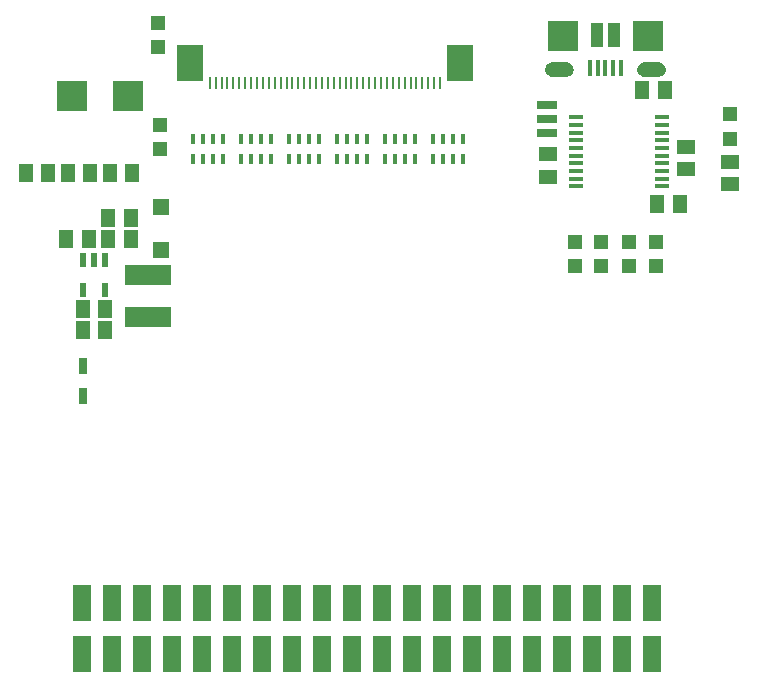
<source format=gbr>
G04 EAGLE Gerber RS-274X export*
G75*
%MOMM*%
%FSLAX34Y34*%
%LPD*%
%INSolderpaste Top*%
%IPPOS*%
%AMOC8*
5,1,8,0,0,1.08239X$1,22.5*%
G01*
%ADD10R,0.250000X1.100000*%
%ADD11R,2.300000X3.100000*%
%ADD12R,0.550000X1.200000*%
%ADD13R,1.300000X1.500000*%
%ADD14R,4.000000X1.800000*%
%ADD15R,1.400000X1.400000*%
%ADD16R,2.540000X2.540000*%
%ADD17R,1.300000X1.200000*%
%ADD18R,1.524000X3.048000*%
%ADD19R,0.450000X0.900000*%
%ADD20R,0.800000X1.350000*%
%ADD21R,1.500000X1.300000*%
%ADD22R,1.270000X0.304800*%
%ADD23R,0.400000X1.350000*%
%ADD24R,1.000000X2.000000*%
%ADD25R,2.500000X2.500000*%
%ADD26R,1.200000X1.200000*%
%ADD27R,1.700000X0.700000*%

G36*
X493565Y506839D02*
X493565Y506839D01*
X493585Y506837D01*
X494711Y506898D01*
X494758Y506910D01*
X494834Y506917D01*
X495927Y507198D01*
X495971Y507218D01*
X496044Y507240D01*
X497061Y507728D01*
X497100Y507757D01*
X497167Y507793D01*
X498070Y508470D01*
X498103Y508505D01*
X498161Y508554D01*
X498914Y509394D01*
X498940Y509435D01*
X498988Y509495D01*
X499562Y510466D01*
X499579Y510511D01*
X499615Y510578D01*
X499989Y511643D01*
X499997Y511690D01*
X500019Y511764D01*
X500178Y512880D01*
X500177Y512908D01*
X500178Y513060D01*
X500019Y514177D01*
X500004Y514222D01*
X499989Y514297D01*
X499615Y515362D01*
X499591Y515404D01*
X499562Y515474D01*
X498988Y516445D01*
X498956Y516482D01*
X498914Y516546D01*
X498161Y517386D01*
X498124Y517416D01*
X498070Y517470D01*
X497167Y518147D01*
X497124Y518169D01*
X497061Y518212D01*
X496044Y518700D01*
X495997Y518713D01*
X495927Y518742D01*
X494834Y519023D01*
X494786Y519026D01*
X494711Y519042D01*
X493585Y519103D01*
X493569Y519101D01*
X493550Y519104D01*
X482550Y519104D01*
X482535Y519102D01*
X482515Y519103D01*
X481389Y519042D01*
X481342Y519031D01*
X481266Y519023D01*
X480173Y518742D01*
X480129Y518722D01*
X480056Y518700D01*
X479039Y518212D01*
X479000Y518184D01*
X478933Y518147D01*
X478030Y517470D01*
X477997Y517435D01*
X477939Y517386D01*
X477186Y516546D01*
X477160Y516505D01*
X477112Y516445D01*
X476538Y515474D01*
X476521Y515429D01*
X476485Y515362D01*
X476111Y514297D01*
X476103Y514250D01*
X476081Y514177D01*
X475922Y513060D01*
X475922Y513059D01*
X475923Y512872D01*
X476123Y511598D01*
X476140Y511551D01*
X476161Y511462D01*
X476639Y510265D01*
X476666Y510222D01*
X476706Y510140D01*
X477438Y509079D01*
X477474Y509043D01*
X477532Y508972D01*
X478482Y508101D01*
X478524Y508074D01*
X478597Y508017D01*
X479717Y507380D01*
X479764Y507363D01*
X479847Y507324D01*
X481081Y506951D01*
X481131Y506946D01*
X481221Y506926D01*
X482506Y506837D01*
X482526Y506839D01*
X482550Y506836D01*
X493550Y506836D01*
X493565Y506839D01*
G37*
G36*
X571565Y506839D02*
X571565Y506839D01*
X571585Y506837D01*
X572711Y506898D01*
X572758Y506910D01*
X572834Y506917D01*
X573927Y507198D01*
X573971Y507218D01*
X574044Y507240D01*
X575061Y507728D01*
X575100Y507757D01*
X575167Y507793D01*
X576070Y508470D01*
X576103Y508505D01*
X576161Y508554D01*
X576914Y509394D01*
X576940Y509435D01*
X576988Y509495D01*
X577562Y510466D01*
X577579Y510511D01*
X577615Y510578D01*
X577989Y511643D01*
X577997Y511690D01*
X578019Y511764D01*
X578178Y512880D01*
X578177Y512908D01*
X578178Y513060D01*
X578019Y514177D01*
X578004Y514222D01*
X577989Y514297D01*
X577615Y515362D01*
X577591Y515404D01*
X577562Y515474D01*
X576988Y516445D01*
X576956Y516482D01*
X576914Y516546D01*
X576161Y517386D01*
X576124Y517416D01*
X576070Y517470D01*
X575167Y518147D01*
X575124Y518169D01*
X575061Y518212D01*
X574044Y518700D01*
X573997Y518713D01*
X573927Y518742D01*
X572834Y519023D01*
X572786Y519026D01*
X572711Y519042D01*
X571585Y519103D01*
X571569Y519101D01*
X571550Y519104D01*
X560550Y519104D01*
X560535Y519102D01*
X560515Y519103D01*
X559389Y519042D01*
X559342Y519031D01*
X559266Y519023D01*
X558173Y518742D01*
X558129Y518722D01*
X558056Y518700D01*
X557039Y518212D01*
X557000Y518184D01*
X556933Y518147D01*
X556030Y517470D01*
X555997Y517435D01*
X555939Y517386D01*
X555186Y516546D01*
X555160Y516505D01*
X555112Y516445D01*
X554538Y515474D01*
X554521Y515429D01*
X554485Y515362D01*
X554111Y514297D01*
X554103Y514250D01*
X554081Y514177D01*
X553922Y513060D01*
X553922Y513059D01*
X553923Y512872D01*
X554123Y511598D01*
X554140Y511551D01*
X554161Y511462D01*
X554639Y510265D01*
X554666Y510222D01*
X554706Y510140D01*
X555438Y509079D01*
X555474Y509043D01*
X555532Y508972D01*
X556482Y508101D01*
X556524Y508074D01*
X556597Y508017D01*
X557717Y507380D01*
X557764Y507363D01*
X557847Y507324D01*
X559081Y506951D01*
X559131Y506946D01*
X559221Y506926D01*
X560506Y506837D01*
X560526Y506839D01*
X560550Y506836D01*
X571550Y506836D01*
X571565Y506839D01*
G37*
D10*
X192060Y501650D03*
X197060Y501650D03*
X202060Y501650D03*
X207060Y501650D03*
X212060Y501650D03*
X217060Y501650D03*
X222060Y501650D03*
X227060Y501650D03*
X232060Y501650D03*
X237060Y501650D03*
X242060Y501650D03*
X247060Y501650D03*
X252060Y501650D03*
X257060Y501650D03*
X262060Y501650D03*
X267060Y501650D03*
X272060Y501650D03*
X277060Y501650D03*
X282060Y501650D03*
X287060Y501650D03*
X292060Y501650D03*
X297060Y501650D03*
X302060Y501650D03*
X307060Y501650D03*
X312060Y501650D03*
X317060Y501650D03*
X322060Y501650D03*
X327060Y501650D03*
X332060Y501650D03*
X337060Y501650D03*
X342060Y501650D03*
X347060Y501650D03*
X352060Y501650D03*
X357060Y501650D03*
X362060Y501650D03*
X367060Y501650D03*
X372060Y501650D03*
X377060Y501650D03*
X382060Y501650D03*
X387060Y501650D03*
D11*
X403560Y518650D03*
X175560Y518650D03*
D12*
X103480Y352091D03*
X93980Y352091D03*
X84480Y352091D03*
X84480Y326089D03*
X103480Y326089D03*
D13*
X103480Y292100D03*
X84480Y292100D03*
D14*
X139700Y303310D03*
X139700Y339310D03*
D15*
X151130Y396960D03*
X151130Y359960D03*
D13*
X106070Y387350D03*
X125070Y387350D03*
X125070Y369570D03*
X106070Y369570D03*
X70510Y369570D03*
X89510Y369570D03*
X84480Y309880D03*
X103480Y309880D03*
D16*
X122555Y490220D03*
X75565Y490220D03*
D17*
X149860Y466090D03*
X149860Y445770D03*
D13*
X107340Y425450D03*
X126340Y425450D03*
X36220Y425450D03*
X55220Y425450D03*
X71780Y425450D03*
X90780Y425450D03*
D18*
X83950Y61660D03*
X83950Y18480D03*
X109350Y61660D03*
X109350Y18480D03*
X134750Y18480D03*
X134750Y61660D03*
X160150Y18480D03*
X160150Y61660D03*
X185550Y18480D03*
X185550Y61660D03*
X210950Y18480D03*
X210950Y61660D03*
X236350Y18480D03*
X236350Y61660D03*
X261750Y18480D03*
X261750Y61660D03*
X287150Y18480D03*
X287150Y61660D03*
X312550Y18480D03*
X312550Y61660D03*
X337950Y18480D03*
X337950Y61660D03*
X363350Y18480D03*
X363350Y61660D03*
X388750Y18480D03*
X388750Y61660D03*
X414150Y18480D03*
X414150Y61660D03*
X439550Y18480D03*
X439550Y61660D03*
X464950Y18480D03*
X464950Y61660D03*
X490350Y18480D03*
X490350Y61660D03*
X515750Y18480D03*
X515750Y61660D03*
X541150Y18480D03*
X541150Y61660D03*
X566550Y18480D03*
X566550Y61660D03*
D17*
X148590Y552450D03*
X148590Y532130D03*
D19*
X203500Y437270D03*
X203500Y454270D03*
X194500Y437270D03*
X186500Y437270D03*
X177500Y437270D03*
X177500Y454270D03*
X194500Y454270D03*
X186500Y454270D03*
X218140Y454270D03*
X218140Y437270D03*
X227140Y454270D03*
X235140Y454270D03*
X244140Y454270D03*
X244140Y437270D03*
X227140Y437270D03*
X235140Y437270D03*
X258780Y454270D03*
X258780Y437270D03*
X267780Y454270D03*
X275780Y454270D03*
X284780Y454270D03*
X284780Y437270D03*
X267780Y437270D03*
X275780Y437270D03*
X299420Y454270D03*
X299420Y437270D03*
X308420Y454270D03*
X316420Y454270D03*
X325420Y454270D03*
X325420Y437270D03*
X308420Y437270D03*
X316420Y437270D03*
X340060Y454270D03*
X340060Y437270D03*
X349060Y454270D03*
X357060Y454270D03*
X366060Y454270D03*
X366060Y437270D03*
X349060Y437270D03*
X357060Y437270D03*
X380700Y454270D03*
X380700Y437270D03*
X389700Y454270D03*
X397700Y454270D03*
X406700Y454270D03*
X406700Y437270D03*
X389700Y437270D03*
X397700Y437270D03*
D20*
X85090Y236220D03*
X85090Y261620D03*
D21*
X478790Y441300D03*
X478790Y422300D03*
D13*
X558190Y495300D03*
X577190Y495300D03*
D22*
X502302Y472480D03*
X502302Y465980D03*
X502302Y459480D03*
X502302Y452980D03*
X502302Y446480D03*
X502302Y439980D03*
X502302Y433480D03*
X502302Y426980D03*
X502302Y420480D03*
X502302Y413980D03*
X574658Y413980D03*
X574658Y420480D03*
X574658Y426980D03*
X574658Y433480D03*
X574658Y439980D03*
X574658Y446480D03*
X574658Y452980D03*
X574658Y459480D03*
X574658Y465980D03*
X574658Y472480D03*
D23*
X540050Y514220D03*
X533550Y514220D03*
X527050Y514220D03*
X520550Y514220D03*
X514050Y514220D03*
D24*
X534550Y541970D03*
X519550Y541970D03*
D25*
X563050Y540970D03*
X491050Y540970D03*
D26*
X632460Y454320D03*
X632460Y475320D03*
D21*
X632460Y415950D03*
X632460Y434950D03*
X595630Y447650D03*
X595630Y428650D03*
D13*
X570890Y398780D03*
X589890Y398780D03*
D27*
X477520Y483170D03*
X477520Y471170D03*
X477520Y459170D03*
D17*
X570230Y367030D03*
X570230Y346710D03*
X547370Y367030D03*
X547370Y346710D03*
X501650Y367030D03*
X501650Y346710D03*
X523240Y367030D03*
X523240Y346710D03*
M02*

</source>
